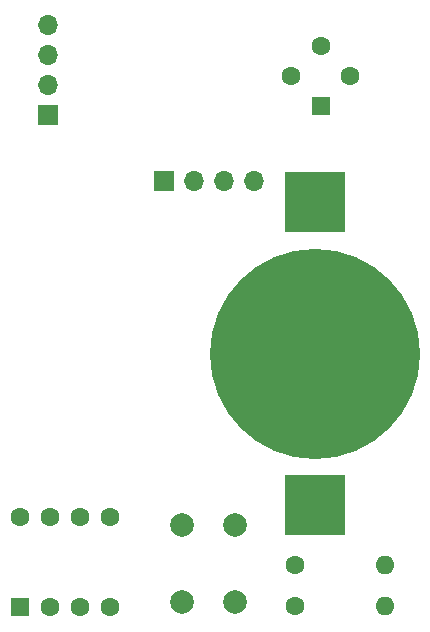
<source format=gbr>
G04 #@! TF.GenerationSoftware,KiCad,Pcbnew,(5.1.9)-1*
G04 #@! TF.CreationDate,2024-02-11T16:08:01+01:00*
G04 #@! TF.ProjectId,tiny_dt_0,74696e79-5f64-4745-9f30-2e6b69636164,rev?*
G04 #@! TF.SameCoordinates,Original*
G04 #@! TF.FileFunction,Soldermask,Bot*
G04 #@! TF.FilePolarity,Negative*
%FSLAX46Y46*%
G04 Gerber Fmt 4.6, Leading zero omitted, Abs format (unit mm)*
G04 Created by KiCad (PCBNEW (5.1.9)-1) date 2024-02-11 16:08:01*
%MOMM*%
%LPD*%
G01*
G04 APERTURE LIST*
%ADD10C,2.000000*%
%ADD11C,1.600000*%
%ADD12R,1.600000X1.600000*%
%ADD13O,1.600000X1.600000*%
%ADD14O,1.700000X1.700000*%
%ADD15R,1.700000X1.700000*%
%ADD16R,5.100000X5.100000*%
%ADD17C,17.800000*%
G04 APERTURE END LIST*
D10*
X200250000Y-99500000D03*
X204750000Y-99500000D03*
X200250000Y-106000000D03*
X204750000Y-106000000D03*
D11*
X214500000Y-61500000D03*
X212000000Y-59000000D03*
X209500000Y-61500000D03*
D12*
X212000000Y-64000000D03*
D11*
X186500000Y-98880000D03*
X189040000Y-98880000D03*
X191580000Y-98880000D03*
X194120000Y-98880000D03*
X194120000Y-106500000D03*
X191580000Y-106500000D03*
X189040000Y-106500000D03*
D12*
X186500000Y-106500000D03*
D13*
X217420000Y-102900000D03*
D11*
X209800000Y-102900000D03*
D13*
X217420000Y-106400000D03*
D11*
X209800000Y-106400000D03*
D14*
X188900000Y-57180000D03*
X188900000Y-59720000D03*
X188900000Y-62260000D03*
D15*
X188900000Y-64800000D03*
D14*
X206320000Y-70400000D03*
X203780000Y-70400000D03*
X201240000Y-70400000D03*
D15*
X198700000Y-70400000D03*
D16*
X211500000Y-72200000D03*
X211500000Y-97800000D03*
D17*
X211500000Y-85000000D03*
M02*

</source>
